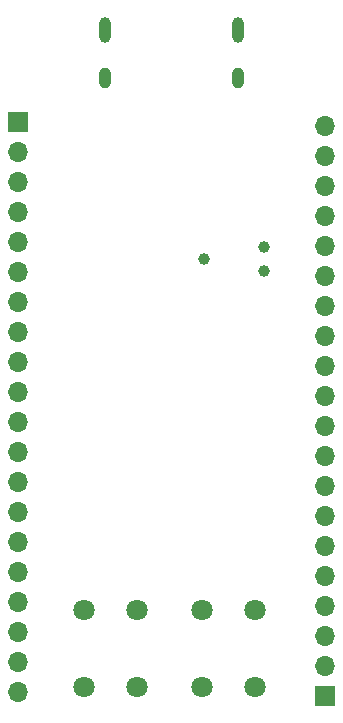
<source format=gbs>
G04 #@! TF.GenerationSoftware,KiCad,Pcbnew,8.0.8+1*
G04 #@! TF.CreationDate,2025-02-19T14:50:03+01:00*
G04 #@! TF.ProjectId,rp2040,72703230-3430-42e6-9b69-6361645f7063,rev?*
G04 #@! TF.SameCoordinates,Original*
G04 #@! TF.FileFunction,Soldermask,Bot*
G04 #@! TF.FilePolarity,Negative*
%FSLAX46Y46*%
G04 Gerber Fmt 4.6, Leading zero omitted, Abs format (unit mm)*
G04 Created by KiCad (PCBNEW 8.0.8+1) date 2025-02-19 14:50:03*
%MOMM*%
%LPD*%
G01*
G04 APERTURE LIST*
%ADD10C,1.000000*%
%ADD11C,1.800000*%
%ADD12O,1.000000X1.800000*%
%ADD13O,1.000000X2.200000*%
%ADD14R,1.700000X1.700000*%
%ADD15O,1.700000X1.700000*%
G04 APERTURE END LIST*
D10*
X144960000Y-93000000D03*
X150040000Y-91984000D03*
X150040000Y-94016000D03*
D11*
X144750000Y-129250000D03*
X144750000Y-122750000D03*
X149250000Y-129250000D03*
X149250000Y-122750000D03*
D12*
X147820000Y-77715000D03*
D13*
X147820000Y-73615000D03*
D12*
X136580000Y-77715000D03*
D13*
X136580000Y-73615000D03*
D11*
X134750000Y-129250000D03*
X134750000Y-122750000D03*
X139250000Y-129250000D03*
X139250000Y-122750000D03*
D14*
X129200000Y-81390000D03*
D15*
X129200000Y-83930000D03*
X129200000Y-86470000D03*
X129200000Y-89010000D03*
X129200000Y-91550000D03*
X129200000Y-94090000D03*
X129200000Y-96630000D03*
X129200000Y-99170000D03*
X129200000Y-101710000D03*
X129200000Y-104250000D03*
X129200000Y-106790000D03*
X129200000Y-109330000D03*
X129200000Y-111870000D03*
X129200000Y-114410000D03*
X129200000Y-116950000D03*
X129200000Y-119490000D03*
X129200000Y-122030000D03*
X129200000Y-124570000D03*
X129200000Y-127110000D03*
X129200000Y-129650000D03*
D14*
X155200000Y-130000000D03*
D15*
X155200000Y-127460000D03*
X155200000Y-124920000D03*
X155200000Y-122380000D03*
X155200000Y-119840000D03*
X155200000Y-117300000D03*
X155200000Y-114760000D03*
X155200000Y-112220000D03*
X155200000Y-109680000D03*
X155200000Y-107140000D03*
X155200000Y-104600000D03*
X155200000Y-102060000D03*
X155200000Y-99520000D03*
X155200000Y-96980000D03*
X155200000Y-94440000D03*
X155200000Y-91900000D03*
X155200000Y-89360000D03*
X155200000Y-86820000D03*
X155200000Y-84280000D03*
X155200000Y-81740000D03*
M02*

</source>
